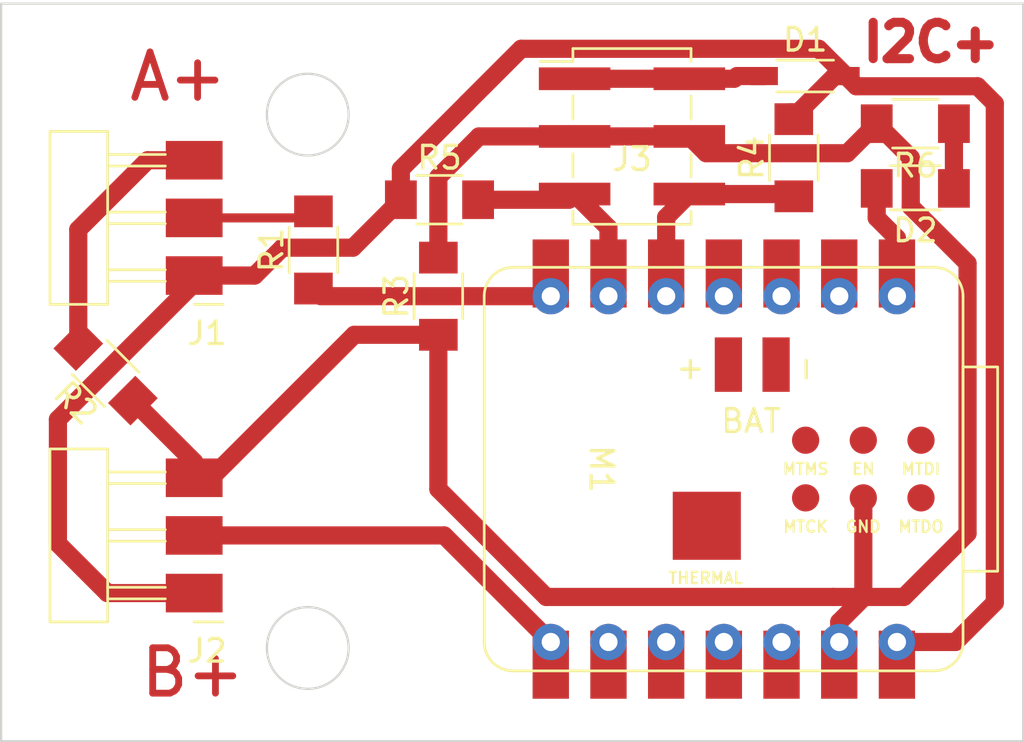
<source format=kicad_pcb>
(kicad_pcb (version 20240108) (generator "pcbnew") (generator_version "8.0")
  (layers (0 "F.Cu" signal) (31 "B.Cu" signal) (34 "B.Paste" user) (35 "F.Paste" user) (36 "B.SilkS" user "B.Silkscreen") (37 "F.SilkS" user "F.Silkscreen") (38 "B.Mask" user) (39 "F.Mask" user) (44 "Edge.Cuts" user))
  (net 0 "")
  (net 1 "GND")
  (net 2 "+5V")
  (net 3 "IN5V")
  (net 4 "LED1")
  (net 5 "SDA")
  (net 6 "SCL")
  (net 7 "PIN2")
  (net 8 "PIN1")
  (net 25 "Net-(D2-K)")
  (footprint "Fab:R_1206" (layer "F.Cu") (at 148.75 93 90)
    (property "Reference" "R3" (at 0 -1.85 90) (layer "F.SilkS"))
    (property "Value" "0 Ohm")
    (fp_line (start -1 -1.07) (end 1 -1.07) (stroke (width 0.12)) (layer "F.SilkS"))
    (fp_line (start 1 1.07) (end -1 1.07) (stroke (width 0.12)) (layer "F.SilkS"))
    (pad "1" smd rect (at -1.7 0 90) (size 1.4 1.7) (layers "F.Cu" "F.Paste" "F.Mask") (net 1 "GND"))
    (pad "2" smd rect (at 1.7 0 90) (size 1.4 1.7) (layers "F.Cu" "F.Paste" "F.Mask") (net 1 "GND"))
  )
  (footprint "Fab:R_1206" (layer "F.Cu") (at 134.097918 96.397918 135)
    (property "Reference" "R2" (at 0 -1.850001 135) (layer "F.SilkS"))
    (property "Value" "0 Ohm")
    (fp_line (start -1 -1.07) (end 1 -1.07) (stroke (width 0.12)) (layer "F.SilkS"))
    (fp_line (start 1 1.07) (end -1 1.07) (stroke (width 0.12)) (layer "F.SilkS"))
    (pad "1" smd rect (at -1.700001 0 135) (size 1.4 1.7) (layers "F.Cu" "F.Paste" "F.Mask") (net 1 "GND"))
    (pad "2" smd rect (at 1.700001 0 135) (size 1.4 1.7) (layers "F.Cu" "F.Paste" "F.Mask") (net 1 "GND"))
  )
  (footprint "Fab:SOD-123" (layer "F.Cu") (at 164.9 83.3 180)
    (property "Reference" "D1" (at 0 1.6 180) (layer "F.SilkS"))
    (property "Value" "Diode_Schottky_SOD123")
    (fp_line (start -1.25 0.7) (end 1.25 0.7) (stroke (width 0.12)) (layer "F.SilkS"))
    (fp_line (start -1.25 -0.7) (end 1.25 -0.7) (stroke (width 0.12)) (layer "F.SilkS"))
    (pad "1" smd rect (at -1.8 0 180) (size 1.2 0.8) (layers "F.Cu" "F.Paste" "F.Mask") (net 2 "+5V"))
    (pad "2" smd rect (at 1.8 0 180) (size 1.2 0.8) (layers "F.Cu" "F.Paste" "F.Mask") (net 3 "IN5V"))
  )
  (footprint "Fab:R_1206" (layer "F.Cu") (at 164.4 86.9 90)
    (property "Reference" "R4" (at 0 -1.85 90) (layer "F.SilkS"))
    (property "Value" "4.99kOhm")
    (fp_line (start -1 -1.07) (end 1 -1.07) (stroke (width 0.12)) (layer "F.SilkS"))
    (fp_line (start 1 1.07) (end -1 1.07) (stroke (width 0.12)) (layer "F.SilkS"))
    (pad "1" smd rect (at -1.7 0 90) (size 1.4 1.7) (layers "F.Cu" "F.Paste" "F.Mask") (net 5 "SDA"))
    (pad "2" smd rect (at 1.7 0 90) (size 1.4 1.7) (layers "F.Cu" "F.Paste" "F.Mask") (net 2 "+5V"))
  )
  (footprint "Fab:R_1206" (layer "F.Cu") (at 169.75 85.4 180)
    (property "Reference" "R6" (at 0 -1.85 180) (layer "F.SilkS"))
    (property "Value" "499 Ohms")
    (fp_line (start 1 1.07) (end -1 1.07) (stroke (width 0.12)) (layer "F.SilkS"))
    (fp_line (start -1 -1.07) (end 1 -1.07) (stroke (width 0.12)) (layer "F.SilkS"))
    (pad "1" smd rect (at -1.7 0 180) (size 1.4 1.7) (layers "F.Cu" "F.Paste" "F.Mask") (net 25 "Net-(D2-K)"))
    (pad "2" smd rect (at 1.7 0 180) (size 1.4 1.7) (layers "F.Cu" "F.Paste" "F.Mask") (net 1 "GND"))
  )
  (footprint "Fab:SeeedStudio_XIAO_ESP32C3" (layer "F.Cu") (at 161.32 100.615 -90)
    (property "Reference" "M1" (at 0 5.39 -90) (layer "F.SilkS"))
    (property "Value" "Module_XIAO-ESP32C3")
    (fp_line (start 7.6225 10.551) (end -7.6175 10.551) (stroke (width 0.12)) (layer "F.SilkS"))
    (fp_line (start -8.8875 9.281) (end -8.8875 -9.261) (stroke (width 0.12)) (layer "F.SilkS"))
    (fp_line (start 8.8925 -9.261) (end 8.8925 9.281) (stroke (width 0.12)) (layer "F.SilkS"))
    (fp_line (start -7.6175 -10.531) (end 7.6225 -10.531) (stroke (width 0.12)) (layer "F.SilkS"))
    (fp_rect (start -4.4975 -10.531) (end 4.5025 -12.055) (stroke (width 0.12)) (fill none) (layer "F.SilkS"))
    (fp_arc (start -7.6175 10.551) (mid -8.515526 10.179026) (end -8.8875 9.281) (stroke (width 0.12)) (layer "F.SilkS"))
    (fp_arc (start 8.8925 9.281) (mid 8.520526 10.179026) (end 7.6225 10.551) (stroke (width 0.12)) (layer "F.SilkS"))
    (fp_arc (start -8.8875 -9.261) (mid -8.515526 -10.159026) (end -7.6175 -10.531) (stroke (width 0.12)) (layer "F.SilkS"))
    (fp_arc (start 7.6225 -10.531) (mid 8.520526 -10.159026) (end 8.8925 -9.261) (stroke (width 0.12)) (layer "F.SilkS"))
    (fp_text user "THERMAL" (at 4.8 0.8 0) (layer "F.SilkS") (effects (font (size 0.5 0.5) (thickness 0.1) (bold yes))))
    (fp_text user "-" (at -4.4 -3.7 -90) (layer "F.SilkS"))
    (fp_text user "MTCK" (at 2.54 -3.6 0) (layer "F.SilkS") (effects (font (size 0.5 0.5) (thickness 0.1) (bold yes))))
    (fp_text user "MTDI" (at 0 -8.68 0) (layer "F.SilkS") (effects (font (size 0.5 0.5) (thickness 0.1) (bold yes))))
    (fp_text user "EN" (at 0 -6.14 0) (layer "F.SilkS") (effects (font (size 0.5 0.5) (thickness 0.1) (bold yes))))
    (fp_text user "GND" (at 2.54 -6.14 0) (layer "F.SilkS") (effects (font (size 0.5 0.5) (thickness 0.1) (bold yes))))
    (fp_text user "MTDO" (at 2.54 -8.68 0) (layer "F.SilkS") (effects (font (size 0.5 0.5) (thickness 0.1) (bold yes))))
    (fp_text user "+" (at -4.4 1.4 -90) (layer "F.SilkS"))
    (fp_text user "BAT" (at -2.7 -1.2 0) (layer "F.SilkS") (effects (justify top)))
    (fp_text user "MTMS" (at 0 -3.6 0) (layer "F.SilkS") (effects (font (size 0.5 0.5) (thickness 0.1) (bold yes))))
    (pad "1" thru_hole circle (at -7.615 -7.62 270) (size 1.6 1.6) (drill 0.8) (layers "*.Cu" "*.Mask") (net 4 "LED1"))
    (pad "1" smd rect (at -7.615 -7.62 270) (size 3 1.6) (drill (offset -1 0)) (layers "F.Cu" "F.Paste" "F.Mask") (net 4 "LED1"))
    (pad "2" thru_hole circle (at -7.615 -5.08 270) (size 1.6 1.6) (drill 0.8) (layers "*.Cu" "*.Mask"))
    (pad "2" smd rect (at -7.615 -5.08 270) (size 3 1.6) (drill (offset -1 0)) (layers "F.Cu" "F.Paste" "F.Mask"))
    (pad "3" thru_hole circle (at -7.615 -2.54 270) (size 1.6 1.6) (drill 0.8) (layers "*.Cu" "*.Mask"))
    (pad "3" smd rect (at -7.615 -2.54 270) (size 3 1.6) (drill (offset -1 0)) (layers "F.Cu" "F.Paste" "F.Mask"))
    (pad "4" thru_hole circle (at -7.615 0 270) (size 1.6 1.6) (drill 0.8) (layers "*.Cu" "*.Mask"))
    (pad "4" smd rect (at -7.615 0 270) (size 3 1.6) (drill (offset -1 0)) (layers "F.Cu" "F.Paste" "F.Mask"))
    (pad "5" thru_hole circle (at -7.615 2.54 270) (size 1.6 1.6) (drill 0.8) (layers "*.Cu" "*.Mask") (net 5 "SDA"))
    (pad "5" smd rect (at -7.615 2.54 270) (size 3 1.6) (drill (offset -1 0)) (layers "F.Cu" "F.Paste" "F.Mask") (net 5 "SDA"))
    (pad "6" thru_hole circle (at -7.615 5.08 270) (size 1.6 1.6) (drill 0.8) (layers "*.Cu" "*.Mask") (net 6 "SCL"))
    (pad "6" smd rect (at -7.615 5.08 270) (size 3 1.6) (drill (offset -1 0)) (layers "F.Cu" "F.Paste" "F.Mask") (net 6 "SCL"))
    (pad "7" thru_hole circle (at -7.615 7.62 270) (size 1.6 1.6) (drill 0.8) (layers "*.Cu" "*.Mask") (net 8 "PIN1"))
    (pad "7" smd rect (at -7.615 7.62 270) (size 3 1.6) (drill (offset -1 0)) (layers "F.Cu" "F.Paste" "F.Mask") (net 8 "PIN1"))
    (pad "8" thru_hole circle (at 7.62 7.62 270) (size 1.6 1.6) (drill 0.8) (layers "*.Cu" "*.Mask") (net 7 "PIN2"))
    (pad "8" smd rect (at 7.62 7.62 270) (size 3 1.6) (drill (offset 1 0)) (layers "F.Cu" "F.Paste" "F.Mask") (net 7 "PIN2"))
    (pad "9" thru_hole circle (at 7.62 5.08 270) (size 1.6 1.6) (drill 0.8) (layers "*.Cu" "*.Mask"))
    (pad "9" smd rect (at 7.62 5.08 270) (size 3 1.6) (drill (offset 1 0)) (layers "F.Cu" "F.Paste" "F.Mask"))
    (pad "10" thru_hole circle (at 7.62 2.54 270) (size 1.6 1.6) (drill 0.8) (layers "*.Cu" "*.Mask"))
    (pad "10" smd rect (at 7.62 2.54 270) (size 3 1.6) (drill (offset 1 0)) (layers "F.Cu" "F.Paste" "F.Mask"))
    (pad "11" thru_hole circle (at 7.62 0 270) (size 1.6 1.6) (drill 0.8) (layers "*.Cu" "*.Mask"))
    (pad "11" smd rect (at 7.62 0 270) (size 3 1.6) (drill (offset 1 0)) (layers "F.Cu" "F.Paste" "F.Mask"))
    (pad "12" thru_hole circle (at 7.62 -2.54 270) (size 1.6 1.6) (drill 0.8) (layers "*.Cu" "*.Mask"))
    (pad "12" smd rect (at 7.62 -2.54 270) (size 3 1.6) (drill (offset 1 0)) (layers "F.Cu" "F.Paste" "F.Mask"))
    (pad "13" thru_hole circle (at 7.62 -5.08 270) (size 1.6 1.6) (drill 0.8) (layers "*.Cu" "*.Mask") (net 1 "GND"))
    (pad "13" smd rect (at 7.62 -5.08 270) (size 3 1.6) (drill (offset 1 0)) (layers "F.Cu" "F.Paste" "F.Mask") (net 1 "GND"))
    (pad "14" thru_hole circle (at 7.62 -7.62 270) (size 1.6 1.6) (drill 0.8) (layers "*.Cu" "*.Mask") (net 2 "+5V"))
    (pad "14" smd rect (at 7.62 -7.62 270) (size 3 1.6) (drill (offset 1 0)) (layers "F.Cu" "F.Paste" "F.Mask") (net 2 "+5V"))
    (pad "15" smd rect (at -4.6 -2.3 270) (size 2.4 1.2) (layers "F.Cu" "F.Paste" "F.Mask"))
    (pad "16" smd rect (at -4.6 -0.2 270) (size 2.4 1.2) (layers "F.Cu" "F.Paste" "F.Mask"))
    (pad "17" smd circle (at -1.27 -8.68 270) (size 1.2 1.2) (layers "F.Cu" "F.Paste" "F.Mask"))
    (pad "18" smd circle (at -1.27 -6.14 270) (size 1.2 1.2) (layers "F.Cu" "F.Paste" "F.Mask"))
    (pad "19" smd circle (at -1.27 -3.6 270) (size 1.2 1.2) (layers "F.Cu" "F.Paste" "F.Mask"))
    (pad "20" smd circle (at 1.27 -3.6 270) (size 1.2 1.2) (layers "F.Cu" "F.Paste" "F.Mask"))
    (pad "21" smd circle (at 1.27 -6.14 270) (size 1.2 1.2) (layers "F.Cu" "F.Paste" "F.Mask") (net 1 "GND"))
    (pad "22" smd circle (at 1.27 -8.68 270) (size 1.2 1.2) (layers "F.Cu" "F.Paste" "F.Mask"))
    (pad "23" smd rect (at 2.5 0.75 270) (size 3 3) (layers "F.Cu" "F.Paste" "F.Mask"))
  )
  (footprint "Fab:PinHeader_1x03_P2.54mm_Horizontal_SMD" (layer "F.Cu") (at 138 92.09 180)
    (property "Reference" "J1" (at -1.524 -2.54 180) (layer "F.SilkS") (effects (justify right)))
    (property "Value" "LED_PIN1")
    (fp_line (start 6.35 6.35) (end 3.81 6.35) (stroke (width 0.12)) (layer "F.SilkS"))
    (fp_line (start 6.35 -1.27) (end 6.35 6.35) (stroke (width 0.12)) (layer "F.SilkS"))
    (fp_line (start 3.81 6.35) (end 3.81 -1.27) (stroke (width 0.12)) (layer "F.SilkS"))
    (fp_line (start 3.81 5.334) (end 1.27 5.334) (stroke (width 0.12)) (layer "F.SilkS"))
    (fp_line (start 3.81 4.826) (end 1.27 4.826) (stroke (width 0.12)) (layer "F.SilkS"))
    (fp_line (start 3.81 2.794) (end 1.27 2.794) (stroke (width 0.12)) (layer "F.SilkS"))
    (fp_line (start 3.81 2.286) (end 1.27 2.286) (stroke (width 0.12)) (layer "F.SilkS"))
    (fp_line (start 3.81 0.254) (end 1.27 0.254) (stroke (width 0.12)) (layer "F.SilkS"))
    (fp_line (start 3.81 -0.254) (end 1.27 -0.254) (stroke (width 0.12)) (layer "F.SilkS"))
    (fp_line (start 3.81 -1.27) (end 6.35 -1.27) (stroke (width 0.12)) (layer "F.SilkS"))
    (fp_line (start -1.27 -1.27) (end 0 -1.27) (stroke (width 0.12)) (layer "F.SilkS"))
    (pad "1" smd rect (at 0 0 180) (size 2.5 1.7) (layers "F.Cu" "F.Paste" "F.Mask") (net 2 "+5V"))
    (pad "2" smd rect (at 0 2.54 180) (size 2.5 1.7) (layers "F.Cu" "F.Paste" "F.Mask") (net 8 "PIN1"))
    (pad "3" smd rect (at 0 5.08 180) (size 2.5 1.7) (layers "F.Cu" "F.Paste" "F.Mask") (net 1 "GND"))
  )
  (footprint "Fab:R_1206" (layer "F.Cu") (at 143.25 90.9625 90)
    (property "Reference" "R1" (at 0 -1.85 90) (layer "F.SilkS"))
    (property "Value" "0 Ohm")
    (fp_line (start -1 -1.07) (end 1 -1.07) (stroke (width 0.12)) (layer "F.SilkS"))
    (fp_line (start 1 1.07) (end -1 1.07) (stroke (width 0.12)) (layer "F.SilkS"))
    (pad "1" smd rect (at -1.7 0 90) (size 1.4 1.7) (layers "F.Cu" "F.Paste" "F.Mask") (net 8 "PIN1"))
    (pad "2" smd rect (at 1.7 0 90) (size 1.4 1.7) (layers "F.Cu" "F.Paste" "F.Mask") (net 8 "PIN1"))
  )
  (footprint "Fab:LED_1206" (layer "F.Cu") (at 169.75 88.25 180)
    (property "Reference" "D2" (at 0 -1.85 180) (layer "F.SilkS"))
    (property "Value" "LED")
    (fp_line (start -1.1 1) (end 1.1 1) (stroke (width 0.12)) (layer "F.SilkS"))
    (fp_line (start -1.1 -0.95) (end 1.1 -0.95) (stroke (width 0.12)) (layer "F.SilkS"))
    (pad "1" smd rect (at -1.7 0 180) (size 1.4 1.7) (layers "F.Cu" "F.Paste" "F.Mask") (net 25 "Net-(D2-K)"))
    (pad "2" smd rect (at 1.7 0 180) (size 1.4 1.7) (layers "F.Cu" "F.Paste" "F.Mask") (net 4 "LED1"))
  )
  (footprint "Fab:PinHeader_1x03_P2.54mm_Horizontal_SMD" (layer "F.Cu") (at 138 106.08 180)
    (property "Reference" "J2" (at -1.524 -2.54 180) (layer "F.SilkS") (effects (justify right)))
    (property "Value" "LED_PIN1")
    (fp_line (start 6.35 6.35) (end 3.81 6.35) (stroke (width 0.12)) (layer "F.SilkS"))
    (fp_line (start 6.35 -1.27) (end 6.35 6.35) (stroke (width 0.12)) (layer "F.SilkS"))
    (fp_line (start 3.81 6.35) (end 3.81 -1.27) (stroke (width 0.12)) (layer "F.SilkS"))
    (fp_line (start 3.81 5.334) (end 1.27 5.334) (stroke (width 0.12)) (layer "F.SilkS"))
    (fp_line (start 3.81 4.826) (end 1.27 4.826) (stroke (width 0.12)) (layer "F.SilkS"))
    (fp_line (start 3.81 2.794) (end 1.27 2.794) (stroke (width 0.12)) (layer "F.SilkS"))
    (fp_line (start 3.81 2.286) (end 1.27 2.286) (stroke (width 0.12)) (layer "F.SilkS"))
    (fp_line (start 3.81 0.254) (end 1.27 0.254) (stroke (width 0.12)) (layer "F.SilkS"))
    (fp_line (start 3.81 -0.254) (end 1.27 -0.254) (stroke (width 0.12)) (layer "F.SilkS"))
    (fp_line (start 3.81 -1.27) (end 6.35 -1.27) (stroke (width 0.12)) (layer "F.SilkS"))
    (fp_line (start -1.27 -1.27) (end 0 -1.27) (stroke (width 0.12)) (layer "F.SilkS"))
    (pad "1" smd rect (at 0 0 180) (size 2.5 1.7) (layers "F.Cu" "F.Paste" "F.Mask") (net 2 "+5V"))
    (pad "2" smd rect (at 0 2.54 180) (size 2.5 1.7) (layers "F.Cu" "F.Paste" "F.Mask") (net 7 "PIN2"))
    (pad "3" smd rect (at 0 5.08 180) (size 2.5 1.7) (layers "F.Cu" "F.Paste" "F.Mask") (net 1 "GND"))
  )
  (footprint "Fab:PinHeader_2x03_P2.54mm_Vertical_SMD" (layer "F.Cu") (at 157.275 85.96)
    (property "Reference" "J3" (at 0 1 0) (layer "F.SilkS"))
    (property "Value" "I2C")
    (fp_line (start -4.04 -3.3) (end -2.6 -3.3) (stroke (width 0.12)) (layer "F.SilkS"))
    (fp_line (start -2.6 -3.87) (end -2.6 -3.3) (stroke (width 0.12)) (layer "F.SilkS"))
    (fp_line (start -2.6 -3.87) (end 2.6 -3.87) (stroke (width 0.12)) (layer "F.SilkS"))
    (fp_line (start -2.6 -1.78) (end -2.6 -0.76) (stroke (width 0.12)) (layer "F.SilkS"))
    (fp_line (start -2.6 0.76) (end -2.6 1.78) (stroke (width 0.12)) (layer "F.SilkS"))
    (fp_line (start -2.6 3.3) (end -2.6 3.87) (stroke (width 0.12)) (layer "F.SilkS"))
    (fp_line (start -2.6 3.87) (end 2.6 3.87) (stroke (width 0.12)) (layer "F.SilkS"))
    (fp_line (start 2.6 -3.87) (end 2.6 -3.3) (stroke (width 0.12)) (layer "F.SilkS"))
    (fp_line (start 2.6 -1.78) (end 2.6 -0.76) (stroke (width 0.12)) (layer "F.SilkS"))
    (fp_line (start 2.6 0.76) (end 2.6 1.78) (stroke (width 0.12)) (layer "F.SilkS"))
    (fp_line (start 2.6 3.3) (end 2.6 3.87) (stroke (width 0.12)) (layer "F.SilkS"))
    (pad "1" smd rect (at -2.525 -2.54) (size 3.15 1) (layers "F.Cu" "F.Paste" "F.Mask") (net 3 "IN5V"))
    (pad "2" smd rect (at 2.525 -2.54) (size 3.15 1) (layers "F.Cu" "F.Paste" "F.Mask") (net 3 "IN5V"))
    (pad "3" smd rect (at -2.525 0) (size 3.15 1) (layers "F.Cu" "F.Paste" "F.Mask") (net 1 "GND"))
    (pad "4" smd rect (at 2.525 0) (size 3.15 1) (layers "F.Cu" "F.Paste" "F.Mask") (net 1 "GND"))
    (pad "5" smd rect (at -2.525 2.54) (size 3.15 1) (layers "F.Cu" "F.Paste" "F.Mask") (net 6 "SCL"))
    (pad "6" smd rect (at 2.525 2.54) (size 3.15 1) (layers "F.Cu" "F.Paste" "F.Mask") (net 5 "SDA"))
  )
  (footprint "Fab:R_1206" (layer "F.Cu") (at 148.8 88.75)
    (property "Reference" "R5" (at 0 -1.85 0) (layer "F.SilkS"))
    (property "Value" "4.99kOhm")
    (fp_line (start -1 -1.07) (end 1 -1.07) (stroke (width 0.12)) (layer "F.SilkS"))
    (fp_line (start 1 1.07) (end -1 1.07) (stroke (width 0.12)) (layer "F.SilkS"))
    (pad "1" smd rect (at -1.7 0) (size 1.4 1.7) (layers "F.Cu" "F.Paste" "F.Mask") (net 2 "+5V"))
    (pad "2" smd rect (at 1.7 0) (size 1.4 1.7) (layers "F.Cu" "F.Paste" "F.Mask") (net 6 "SCL"))
  )
  (gr_circle (center 143 108.498811) (end 144.8 108.498811) (stroke (width 0.1)) (fill none) (layer "Edge.Cuts"))
  (gr_rect (start 129.5 80.1105) (end 174.5 112.6105) (stroke (width 0.1)) (fill none) (layer "Edge.Cuts"))
  (gr_circle (center 143 85) (end 144.8 85) (stroke (width 0.1)) (fill none) (layer "Edge.Cuts"))
  (gr_text "A+" (at 135 84.5 0) (layer "F.Cu") (effects (font (size 2 2) (thickness 0.3) (bold yes)) (justify left bottom)))
  (gr_text "B+" (at 135.5 110.75 0) (layer "F.Cu") (effects (font (size 2 2) (thickness 0.3) (bold yes)) (justify left bottom)))
  (gr_text "I2C+" (at 167.25 82.75 0) (layer "F.Cu") (effects (font (size 1.6 1.6) (thickness 0.4) (bold yes)) (justify left bottom)))
  (segment (start 167.5 106.25) (end 167.46 106.21) (width 0.8) (layer "F.Cu") (net 1))
  (segment (start 132.895836 95.195836) (end 132.895836 90.064164) (width 0.8) (layer "F.Cu") (net 1))
  (segment (start 172.05 91.55) (end 172.05 103.45) (width 0.8) (layer "F.Cu") (net 1))
  (segment (start 167.46 106.21) (end 167.46 101.885) (width 0.8) (layer "F.Cu") (net 1))
  (segment (start 135.95 87.01) (end 138 87.01) (width 0.8) (layer "F.Cu") (net 1))
  (segment (start 172.05 103.45) (end 169.25 106.25) (width 0.8) (layer "F.Cu") (net 1))
  (segment (start 166.75 86.7) (end 168.05 85.4) (width 0.8) (layer "F.Cu") (net 1))
  (segment (start 169.55 89.05) (end 172.05 91.55) (width 0.8) (layer "F.Cu") (net 1))
  (segment (start 132.895836 90.064164) (end 135.95 87.01) (width 0.8) (layer "F.Cu") (net 1))
  (segment (start 166.15 106.25) (end 153.5 106.25) (width 0.8) (layer "F.Cu") (net 1))
  (segment (start 154.75 85.96) (end 159.8 85.96) (width 0.8) (layer "F.Cu") (net 1))
  (segment (start 168.05 85.4) (end 169.55 86.9) (width 0.8) (layer "F.Cu") (net 1))
  (segment (start 148.75 87.75) (end 150.54 85.96) (width 0.8) (layer "F.Cu") (net 1))
  (segment (start 153.5 106.25) (end 148.75 101.5) (width 0.8) (layer "F.Cu") (net 1))
  (segment (start 166.4 107.35) (end 167.5 106.25) (width 0.8) (layer "F.Cu") (net 1))
  (segment (start 148.75 91.3) (end 148.75 87.75) (width 0.8) (layer "F.Cu") (net 1))
  (segment (start 145.05 94.7) (end 148.75 94.7) (width 0.8) (layer "F.Cu") (net 1))
  (segment (start 138 101) (end 138.75 101) (width 0.8) (layer "F.Cu") (net 1))
  (segment (start 150.54 85.96) (end 154.75 85.96) (width 0.8) (layer "F.Cu") (net 1))
  (segment (start 160.54 86.7) (end 166.75 86.7) (width 0.8) (layer "F.Cu") (net 1))
  (segment (start 138 101) (end 138 100.3) (width 0.8) (layer "F.Cu") (net 1))
  (segment (start 169.55 86.9) (end 169.55 89.05) (width 0.8) (layer "F.Cu") (net 1))
  (segment (start 166.4 108.235) (end 166.4 107.35) (width 0.8) (layer "F.Cu") (net 1))
  (segment (start 148.75 101.5) (end 148.75 94.7) (width 0.8) (layer "F.Cu") (net 1))
  (segment (start 138 100.3) (end 135.3 97.6) (width 0.8) (layer "F.Cu") (net 1))
  (segment (start 138.75 101) (end 145.05 94.7) (width 0.8) (layer "F.Cu") (net 1))
  (segment (start 159.8 85.96) (end 160.54 86.7) (width 0.8) (layer "F.Cu") (net 1))
  (segment (start 169.25 106.25) (end 166.15 106.25) (width 0.8) (layer "F.Cu") (net 1))
  (segment (start 166.7 83.3) (end 166.2 83.3) (width 0.8) (layer "F.Cu") (net 2))
  (segment (start 140.66 92.09) (end 141.8875 90.8625) (width 0.8) (layer "F.Cu") (net 2))
  (segment (start 167.15 83.75) (end 166.2 82.8) (width 0.8) (layer "F.Cu") (net 2))
  (segment (start 132 103.9) (end 132 98.428639) (width 0.8) (layer "F.Cu") (net 2))
  (segment (start 132 98.428639) (end 138 92.428639) (width 0.8) (layer "F.Cu") (net 2))
  (segment (start 171.515 108.235) (end 173.25 106.5) (width 0.8) (layer "F.Cu") (net 2))
  (segment (start 166.2 83.3) (end 164.6 84.9) (width 0.8) (layer "F.Cu") (net 2))
  (segment (start 138 92.428639) (end 138 92.09) (width 0.8) (layer "F.Cu") (net 2))
  (segment (start 168.94 108.235) (end 171.515 108.235) (width 0.8) (layer "F.Cu") (net 2))
  (segment (start 173.25 106.5) (end 173.25 84.5125) (width 0.8) (layer "F.Cu") (net 2))
  (segment (start 138 106.08) (end 134.18 106.08) (width 0.8) (layer "F.Cu") (net 2))
  (segment (start 141.8875 90.8625) (end 144.9875 90.8625) (width 0.8) (layer "F.Cu") (net 2))
  (segment (start 138 92.09) (end 140.66 92.09) (width 0.8) (layer "F.Cu") (net 2))
  (segment (start 166.7 83.3) (end 165.5 82.1) (width 0.8) (layer "F.Cu") (net 2))
  (segment (start 134.18 106.08) (end 132 103.9) (width 0.8) (layer "F.Cu") (net 2))
  (segment (start 165.5 82.1) (end 152.395 82.1) (width 0.8) (layer "F.Cu") (net 2))
  (segment (start 144.9875 90.8625) (end 147.1 88.75) (width 0.8) (layer "F.Cu") (net 2))
  (segment (start 150 84.495) (end 150 84.5) (width 0.8) (layer "F.Cu") (net 2))
  (segment (start 152.395 82.1) (end 150 84.495) (width 0.8) (layer "F.Cu") (net 2))
  (segment (start 150 84.5) (end 147.1 87.4) (width 0.8) (layer "F.Cu") (net 2))
  (segment (start 147.1 87.4) (end 147.1 88.75) (width 0.8) (layer "F.Cu") (net 2))
  (segment (start 164.6 84.9) (end 164.2 84.9) (width 0.8) (layer "F.Cu") (net 2))
  (segment (start 173.25 84.5125) (end 172.4875 83.75) (width 0.8) (layer "F.Cu") (net 2))
  (segment (start 172.4875 83.75) (end 167.15 83.75) (width 0.8) (layer "F.Cu") (net 2))
  (segment (start 154.75 83.42) (end 161.78 83.42) (width 0.8) (layer "F.Cu") (net 3))
  (segment (start 161.9 83.3) (end 163.1 83.3) (width 0.8) (layer "F.Cu") (net 3))
  (segment (start 161.78 83.42) (end 161.9 83.3) (width 0.8) (layer "F.Cu") (net 3))
  (segment (start 168.94 90.44) (end 168.94 93) (width 0.8) (layer "F.Cu") (net 4))
  (segment (start 168.05 89.55) (end 168.94 90.44) (width 0.8) (layer "F.Cu") (net 4))
  (segment (start 168.05 88.25) (end 168.05 89.55) (width 0.8) (layer "F.Cu") (net 4))
  (segment (start 158.78 89.52) (end 159.8 88.5) (width 0.8) (layer "F.Cu") (net 5))
  (segment (start 164.3 88.5) (end 164.4 88.6) (width 0.8) (layer "F.Cu") (net 5))
  (segment (start 158.78 93) (end 158.78 89.52) (width 0.8) (layer "F.Cu") (net 5))
  (segment (start 158.78 93) (end 158.9 92.88) (width 0.4) (layer "F.Cu") (net 5))
  (segment (start 159.8 88.5) (end 164.3 88.5) (width 0.8) (layer "F.Cu") (net 5))
  (segment (start 154.5 88.75) (end 154.75 88.5) (width 0.8) (layer "F.Cu") (net 6))
  (segment (start 156.24 93) (end 156.24 89.99) (width 0.8) (layer "F.Cu") (net 6))
  (segment (start 150.5 88.75) (end 154.5 88.75) (width 0.8) (layer "F.Cu") (net 6))
  (segment (start 156.24 89.99) (end 154.75 88.5) (width 0.8) (layer "F.Cu") (net 6))
  (segment (start 150.7125 88.75) (end 150.9625 88.5) (width 0.4) (layer "F.Cu") (net 6))
  (segment (start 149.005 103.54) (end 153.7 108.235) (width 0.8) (layer "F.Cu") (net 7))
  (segment (start 138 103.54) (end 149.005 103.54) (width 0.8) (layer "F.Cu") (net 7))
  (segment (start 143.5875 93) (end 153.7 93) (width 0.8) (layer "F.Cu") (net 8))
  (segment (start 143.25 92.6625) (end 143.5875 93) (width 0.8) (layer "F.Cu") (net 8))
  (segment (start 143 89.5) (end 142.95 89.55) (width 0.4) (layer "F.Cu") (net 8))
  (segment (start 143.25 89.5) (end 143 89.5) (width 0.4) (layer "F.Cu") (net 8))
  (segment (start 142.95 89.55) (end 138 89.55) (width 0.4) (layer "F.Cu") (net 8))
  (segment (start 143.825 93) (end 143.25 92.425) (width 0.4) (layer "F.Cu") (net 8))
  (segment (start 171.45 88.25) (end 171.45 85.4) (width 0.8) (layer "F.Cu") (net 25))
)
</source>
